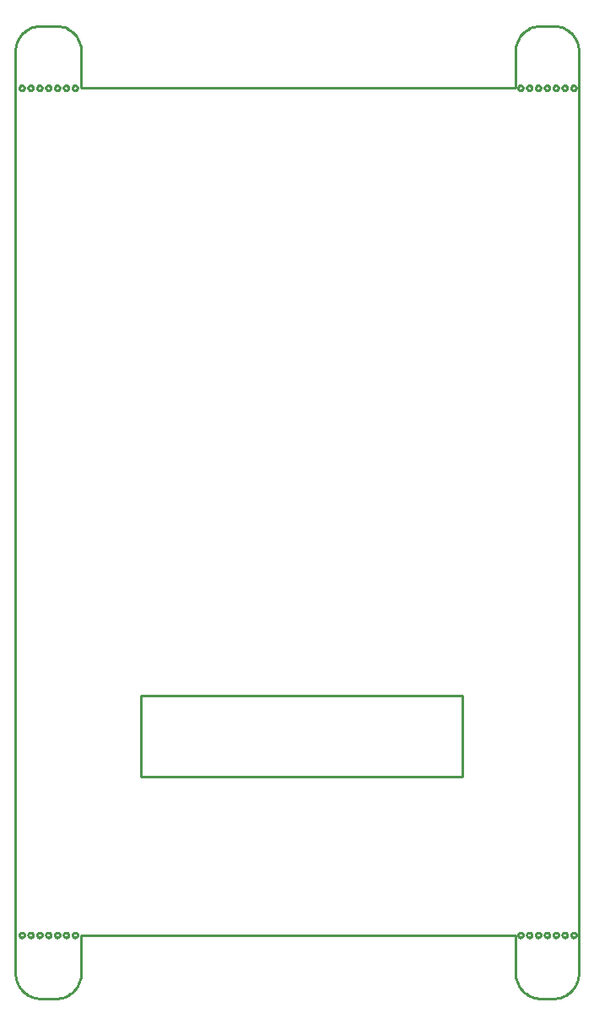
<source format=gbr>
G04 EAGLE Gerber RS-274X export*
G75*
%MOMM*%
%FSLAX34Y34*%
%LPD*%
%IN*%
%IPPOS*%
%AMOC8*
5,1,8,0,0,1.08239X$1,22.5*%
G01*
%ADD10C,0.254000*%


D10*
X0Y-38100D02*
X97Y-40314D01*
X386Y-42511D01*
X865Y-44674D01*
X1532Y-46787D01*
X2380Y-48835D01*
X3403Y-50800D01*
X4594Y-52669D01*
X5942Y-54427D01*
X7440Y-56061D01*
X9073Y-57558D01*
X10831Y-58906D01*
X12700Y-60097D01*
X14666Y-61120D01*
X16713Y-61968D01*
X18826Y-62635D01*
X20989Y-63114D01*
X23186Y-63403D01*
X25400Y-63500D01*
X40640Y-63500D01*
X42854Y-63403D01*
X45051Y-63114D01*
X47214Y-62635D01*
X49327Y-61968D01*
X51375Y-61120D01*
X53340Y-60097D01*
X55209Y-58906D01*
X56967Y-57558D01*
X58601Y-56061D01*
X60098Y-54427D01*
X61446Y-52669D01*
X62637Y-50800D01*
X63660Y-48835D01*
X64508Y-46787D01*
X65175Y-44674D01*
X65654Y-42511D01*
X65943Y-40314D01*
X66040Y-38100D01*
X66040Y0D01*
X501650Y0D01*
X501650Y-38100D01*
X501747Y-40314D01*
X502036Y-42511D01*
X502515Y-44674D01*
X503182Y-46787D01*
X504030Y-48835D01*
X505053Y-50800D01*
X506244Y-52669D01*
X507592Y-54427D01*
X509090Y-56061D01*
X510723Y-57558D01*
X512481Y-58906D01*
X514350Y-60097D01*
X516316Y-61120D01*
X518363Y-61968D01*
X520476Y-62635D01*
X522639Y-63114D01*
X524836Y-63403D01*
X527050Y-63500D01*
X539750Y-63500D01*
X541964Y-63403D01*
X544161Y-63114D01*
X546324Y-62635D01*
X548437Y-61968D01*
X550485Y-61120D01*
X552450Y-60097D01*
X554319Y-58906D01*
X556077Y-57558D01*
X557711Y-56061D01*
X559208Y-54427D01*
X560556Y-52669D01*
X561747Y-50800D01*
X562770Y-48835D01*
X563618Y-46787D01*
X564285Y-44674D01*
X564764Y-42511D01*
X565053Y-40314D01*
X565150Y-38100D01*
X565150Y886460D01*
X565053Y888674D01*
X564764Y890871D01*
X564285Y893034D01*
X563618Y895147D01*
X562770Y897195D01*
X561747Y899160D01*
X560556Y901029D01*
X559208Y902787D01*
X557711Y904421D01*
X556077Y905918D01*
X554319Y907266D01*
X552450Y908457D01*
X550485Y909480D01*
X548437Y910328D01*
X546324Y910995D01*
X544161Y911474D01*
X541964Y911763D01*
X539750Y911860D01*
X527050Y911860D01*
X524836Y911763D01*
X522639Y911474D01*
X520476Y910995D01*
X518363Y910328D01*
X516316Y909480D01*
X514350Y908457D01*
X512481Y907266D01*
X510723Y905918D01*
X509090Y904421D01*
X507592Y902787D01*
X506244Y901029D01*
X505053Y899160D01*
X504030Y897195D01*
X503182Y895147D01*
X502515Y893034D01*
X502036Y890871D01*
X501747Y888674D01*
X501650Y886460D01*
X501650Y849630D01*
X66040Y849630D01*
X66040Y886460D01*
X65943Y888674D01*
X65654Y890871D01*
X65175Y893034D01*
X64508Y895147D01*
X63660Y897195D01*
X62637Y899160D01*
X61446Y901029D01*
X60098Y902787D01*
X58601Y904421D01*
X56967Y905918D01*
X55209Y907266D01*
X53340Y908457D01*
X51375Y909480D01*
X49327Y910328D01*
X47214Y910995D01*
X45051Y911474D01*
X42854Y911763D01*
X40640Y911860D01*
X25400Y911860D01*
X23186Y911763D01*
X20989Y911474D01*
X18826Y910995D01*
X16713Y910328D01*
X14666Y909480D01*
X12700Y908457D01*
X10831Y907266D01*
X9073Y905918D01*
X7440Y904421D01*
X5942Y902787D01*
X4594Y901029D01*
X3403Y899160D01*
X2380Y897195D01*
X1532Y895147D01*
X865Y893034D01*
X386Y890871D01*
X97Y888674D01*
X0Y886460D01*
X0Y-38100D01*
X125730Y158750D02*
X448310Y158750D01*
X448310Y240030D01*
X125730Y240030D01*
X125730Y158750D01*
X62190Y849433D02*
X62128Y849045D01*
X62007Y848670D01*
X61828Y848320D01*
X61597Y848001D01*
X61319Y847723D01*
X61000Y847492D01*
X60650Y847313D01*
X60275Y847192D01*
X59887Y847130D01*
X59493Y847130D01*
X59105Y847192D01*
X58730Y847313D01*
X58380Y847492D01*
X58061Y847723D01*
X57783Y848001D01*
X57552Y848320D01*
X57373Y848670D01*
X57252Y849045D01*
X57190Y849433D01*
X57190Y849827D01*
X57252Y850215D01*
X57373Y850590D01*
X57552Y850940D01*
X57783Y851259D01*
X58061Y851537D01*
X58380Y851768D01*
X58730Y851947D01*
X59105Y852068D01*
X59493Y852130D01*
X59887Y852130D01*
X60275Y852068D01*
X60650Y851947D01*
X61000Y851768D01*
X61319Y851537D01*
X61597Y851259D01*
X61828Y850940D01*
X62007Y850590D01*
X62128Y850215D01*
X62190Y849827D01*
X62190Y849433D01*
X53300Y849433D02*
X53238Y849045D01*
X53117Y848670D01*
X52938Y848320D01*
X52707Y848001D01*
X52429Y847723D01*
X52110Y847492D01*
X51760Y847313D01*
X51385Y847192D01*
X50997Y847130D01*
X50603Y847130D01*
X50215Y847192D01*
X49840Y847313D01*
X49490Y847492D01*
X49171Y847723D01*
X48893Y848001D01*
X48662Y848320D01*
X48483Y848670D01*
X48362Y849045D01*
X48300Y849433D01*
X48300Y849827D01*
X48362Y850215D01*
X48483Y850590D01*
X48662Y850940D01*
X48893Y851259D01*
X49171Y851537D01*
X49490Y851768D01*
X49840Y851947D01*
X50215Y852068D01*
X50603Y852130D01*
X50997Y852130D01*
X51385Y852068D01*
X51760Y851947D01*
X52110Y851768D01*
X52429Y851537D01*
X52707Y851259D01*
X52938Y850940D01*
X53117Y850590D01*
X53238Y850215D01*
X53300Y849827D01*
X53300Y849433D01*
X44410Y849433D02*
X44348Y849045D01*
X44227Y848670D01*
X44048Y848320D01*
X43817Y848001D01*
X43539Y847723D01*
X43220Y847492D01*
X42870Y847313D01*
X42495Y847192D01*
X42107Y847130D01*
X41713Y847130D01*
X41325Y847192D01*
X40950Y847313D01*
X40600Y847492D01*
X40281Y847723D01*
X40003Y848001D01*
X39772Y848320D01*
X39593Y848670D01*
X39472Y849045D01*
X39410Y849433D01*
X39410Y849827D01*
X39472Y850215D01*
X39593Y850590D01*
X39772Y850940D01*
X40003Y851259D01*
X40281Y851537D01*
X40600Y851768D01*
X40950Y851947D01*
X41325Y852068D01*
X41713Y852130D01*
X42107Y852130D01*
X42495Y852068D01*
X42870Y851947D01*
X43220Y851768D01*
X43539Y851537D01*
X43817Y851259D01*
X44048Y850940D01*
X44227Y850590D01*
X44348Y850215D01*
X44410Y849827D01*
X44410Y849433D01*
X35520Y849433D02*
X35458Y849045D01*
X35337Y848670D01*
X35158Y848320D01*
X34927Y848001D01*
X34649Y847723D01*
X34330Y847492D01*
X33980Y847313D01*
X33605Y847192D01*
X33217Y847130D01*
X32823Y847130D01*
X32435Y847192D01*
X32060Y847313D01*
X31710Y847492D01*
X31391Y847723D01*
X31113Y848001D01*
X30882Y848320D01*
X30703Y848670D01*
X30582Y849045D01*
X30520Y849433D01*
X30520Y849827D01*
X30582Y850215D01*
X30703Y850590D01*
X30882Y850940D01*
X31113Y851259D01*
X31391Y851537D01*
X31710Y851768D01*
X32060Y851947D01*
X32435Y852068D01*
X32823Y852130D01*
X33217Y852130D01*
X33605Y852068D01*
X33980Y851947D01*
X34330Y851768D01*
X34649Y851537D01*
X34927Y851259D01*
X35158Y850940D01*
X35337Y850590D01*
X35458Y850215D01*
X35520Y849827D01*
X35520Y849433D01*
X26630Y849433D02*
X26568Y849045D01*
X26447Y848670D01*
X26268Y848320D01*
X26037Y848001D01*
X25759Y847723D01*
X25440Y847492D01*
X25090Y847313D01*
X24715Y847192D01*
X24327Y847130D01*
X23933Y847130D01*
X23545Y847192D01*
X23170Y847313D01*
X22820Y847492D01*
X22501Y847723D01*
X22223Y848001D01*
X21992Y848320D01*
X21813Y848670D01*
X21692Y849045D01*
X21630Y849433D01*
X21630Y849827D01*
X21692Y850215D01*
X21813Y850590D01*
X21992Y850940D01*
X22223Y851259D01*
X22501Y851537D01*
X22820Y851768D01*
X23170Y851947D01*
X23545Y852068D01*
X23933Y852130D01*
X24327Y852130D01*
X24715Y852068D01*
X25090Y851947D01*
X25440Y851768D01*
X25759Y851537D01*
X26037Y851259D01*
X26268Y850940D01*
X26447Y850590D01*
X26568Y850215D01*
X26630Y849827D01*
X26630Y849433D01*
X17740Y849433D02*
X17678Y849045D01*
X17557Y848670D01*
X17378Y848320D01*
X17147Y848001D01*
X16869Y847723D01*
X16550Y847492D01*
X16200Y847313D01*
X15825Y847192D01*
X15437Y847130D01*
X15043Y847130D01*
X14655Y847192D01*
X14280Y847313D01*
X13930Y847492D01*
X13611Y847723D01*
X13333Y848001D01*
X13102Y848320D01*
X12923Y848670D01*
X12802Y849045D01*
X12740Y849433D01*
X12740Y849827D01*
X12802Y850215D01*
X12923Y850590D01*
X13102Y850940D01*
X13333Y851259D01*
X13611Y851537D01*
X13930Y851768D01*
X14280Y851947D01*
X14655Y852068D01*
X15043Y852130D01*
X15437Y852130D01*
X15825Y852068D01*
X16200Y851947D01*
X16550Y851768D01*
X16869Y851537D01*
X17147Y851259D01*
X17378Y850940D01*
X17557Y850590D01*
X17678Y850215D01*
X17740Y849827D01*
X17740Y849433D01*
X8850Y849433D02*
X8788Y849045D01*
X8667Y848670D01*
X8488Y848320D01*
X8257Y848001D01*
X7979Y847723D01*
X7660Y847492D01*
X7310Y847313D01*
X6935Y847192D01*
X6547Y847130D01*
X6153Y847130D01*
X5765Y847192D01*
X5390Y847313D01*
X5040Y847492D01*
X4721Y847723D01*
X4443Y848001D01*
X4212Y848320D01*
X4033Y848670D01*
X3912Y849045D01*
X3850Y849433D01*
X3850Y849827D01*
X3912Y850215D01*
X4033Y850590D01*
X4212Y850940D01*
X4443Y851259D01*
X4721Y851537D01*
X5040Y851768D01*
X5390Y851947D01*
X5765Y852068D01*
X6153Y852130D01*
X6547Y852130D01*
X6935Y852068D01*
X7310Y851947D01*
X7660Y851768D01*
X7979Y851537D01*
X8257Y851259D01*
X8488Y850940D01*
X8667Y850590D01*
X8788Y850215D01*
X8850Y849827D01*
X8850Y849433D01*
X562570Y849433D02*
X562508Y849045D01*
X562387Y848670D01*
X562208Y848320D01*
X561977Y848001D01*
X561699Y847723D01*
X561380Y847492D01*
X561030Y847313D01*
X560655Y847192D01*
X560267Y847130D01*
X559873Y847130D01*
X559485Y847192D01*
X559110Y847313D01*
X558760Y847492D01*
X558441Y847723D01*
X558163Y848001D01*
X557932Y848320D01*
X557753Y848670D01*
X557632Y849045D01*
X557570Y849433D01*
X557570Y849827D01*
X557632Y850215D01*
X557753Y850590D01*
X557932Y850940D01*
X558163Y851259D01*
X558441Y851537D01*
X558760Y851768D01*
X559110Y851947D01*
X559485Y852068D01*
X559873Y852130D01*
X560267Y852130D01*
X560655Y852068D01*
X561030Y851947D01*
X561380Y851768D01*
X561699Y851537D01*
X561977Y851259D01*
X562208Y850940D01*
X562387Y850590D01*
X562508Y850215D01*
X562570Y849827D01*
X562570Y849433D01*
X553680Y849433D02*
X553618Y849045D01*
X553497Y848670D01*
X553318Y848320D01*
X553087Y848001D01*
X552809Y847723D01*
X552490Y847492D01*
X552140Y847313D01*
X551765Y847192D01*
X551377Y847130D01*
X550983Y847130D01*
X550595Y847192D01*
X550220Y847313D01*
X549870Y847492D01*
X549551Y847723D01*
X549273Y848001D01*
X549042Y848320D01*
X548863Y848670D01*
X548742Y849045D01*
X548680Y849433D01*
X548680Y849827D01*
X548742Y850215D01*
X548863Y850590D01*
X549042Y850940D01*
X549273Y851259D01*
X549551Y851537D01*
X549870Y851768D01*
X550220Y851947D01*
X550595Y852068D01*
X550983Y852130D01*
X551377Y852130D01*
X551765Y852068D01*
X552140Y851947D01*
X552490Y851768D01*
X552809Y851537D01*
X553087Y851259D01*
X553318Y850940D01*
X553497Y850590D01*
X553618Y850215D01*
X553680Y849827D01*
X553680Y849433D01*
X544790Y849433D02*
X544728Y849045D01*
X544607Y848670D01*
X544428Y848320D01*
X544197Y848001D01*
X543919Y847723D01*
X543600Y847492D01*
X543250Y847313D01*
X542875Y847192D01*
X542487Y847130D01*
X542093Y847130D01*
X541705Y847192D01*
X541330Y847313D01*
X540980Y847492D01*
X540661Y847723D01*
X540383Y848001D01*
X540152Y848320D01*
X539973Y848670D01*
X539852Y849045D01*
X539790Y849433D01*
X539790Y849827D01*
X539852Y850215D01*
X539973Y850590D01*
X540152Y850940D01*
X540383Y851259D01*
X540661Y851537D01*
X540980Y851768D01*
X541330Y851947D01*
X541705Y852068D01*
X542093Y852130D01*
X542487Y852130D01*
X542875Y852068D01*
X543250Y851947D01*
X543600Y851768D01*
X543919Y851537D01*
X544197Y851259D01*
X544428Y850940D01*
X544607Y850590D01*
X544728Y850215D01*
X544790Y849827D01*
X544790Y849433D01*
X535900Y849433D02*
X535838Y849045D01*
X535717Y848670D01*
X535538Y848320D01*
X535307Y848001D01*
X535029Y847723D01*
X534710Y847492D01*
X534360Y847313D01*
X533985Y847192D01*
X533597Y847130D01*
X533203Y847130D01*
X532815Y847192D01*
X532440Y847313D01*
X532090Y847492D01*
X531771Y847723D01*
X531493Y848001D01*
X531262Y848320D01*
X531083Y848670D01*
X530962Y849045D01*
X530900Y849433D01*
X530900Y849827D01*
X530962Y850215D01*
X531083Y850590D01*
X531262Y850940D01*
X531493Y851259D01*
X531771Y851537D01*
X532090Y851768D01*
X532440Y851947D01*
X532815Y852068D01*
X533203Y852130D01*
X533597Y852130D01*
X533985Y852068D01*
X534360Y851947D01*
X534710Y851768D01*
X535029Y851537D01*
X535307Y851259D01*
X535538Y850940D01*
X535717Y850590D01*
X535838Y850215D01*
X535900Y849827D01*
X535900Y849433D01*
X527010Y849433D02*
X526948Y849045D01*
X526827Y848670D01*
X526648Y848320D01*
X526417Y848001D01*
X526139Y847723D01*
X525820Y847492D01*
X525470Y847313D01*
X525095Y847192D01*
X524707Y847130D01*
X524313Y847130D01*
X523925Y847192D01*
X523550Y847313D01*
X523200Y847492D01*
X522881Y847723D01*
X522603Y848001D01*
X522372Y848320D01*
X522193Y848670D01*
X522072Y849045D01*
X522010Y849433D01*
X522010Y849827D01*
X522072Y850215D01*
X522193Y850590D01*
X522372Y850940D01*
X522603Y851259D01*
X522881Y851537D01*
X523200Y851768D01*
X523550Y851947D01*
X523925Y852068D01*
X524313Y852130D01*
X524707Y852130D01*
X525095Y852068D01*
X525470Y851947D01*
X525820Y851768D01*
X526139Y851537D01*
X526417Y851259D01*
X526648Y850940D01*
X526827Y850590D01*
X526948Y850215D01*
X527010Y849827D01*
X527010Y849433D01*
X518120Y849433D02*
X518058Y849045D01*
X517937Y848670D01*
X517758Y848320D01*
X517527Y848001D01*
X517249Y847723D01*
X516930Y847492D01*
X516580Y847313D01*
X516205Y847192D01*
X515817Y847130D01*
X515423Y847130D01*
X515035Y847192D01*
X514660Y847313D01*
X514310Y847492D01*
X513991Y847723D01*
X513713Y848001D01*
X513482Y848320D01*
X513303Y848670D01*
X513182Y849045D01*
X513120Y849433D01*
X513120Y849827D01*
X513182Y850215D01*
X513303Y850590D01*
X513482Y850940D01*
X513713Y851259D01*
X513991Y851537D01*
X514310Y851768D01*
X514660Y851947D01*
X515035Y852068D01*
X515423Y852130D01*
X515817Y852130D01*
X516205Y852068D01*
X516580Y851947D01*
X516930Y851768D01*
X517249Y851537D01*
X517527Y851259D01*
X517758Y850940D01*
X517937Y850590D01*
X518058Y850215D01*
X518120Y849827D01*
X518120Y849433D01*
X509230Y849433D02*
X509168Y849045D01*
X509047Y848670D01*
X508868Y848320D01*
X508637Y848001D01*
X508359Y847723D01*
X508040Y847492D01*
X507690Y847313D01*
X507315Y847192D01*
X506927Y847130D01*
X506533Y847130D01*
X506145Y847192D01*
X505770Y847313D01*
X505420Y847492D01*
X505101Y847723D01*
X504823Y848001D01*
X504592Y848320D01*
X504413Y848670D01*
X504292Y849045D01*
X504230Y849433D01*
X504230Y849827D01*
X504292Y850215D01*
X504413Y850590D01*
X504592Y850940D01*
X504823Y851259D01*
X505101Y851537D01*
X505420Y851768D01*
X505770Y851947D01*
X506145Y852068D01*
X506533Y852130D01*
X506927Y852130D01*
X507315Y852068D01*
X507690Y851947D01*
X508040Y851768D01*
X508359Y851537D01*
X508637Y851259D01*
X508868Y850940D01*
X509047Y850590D01*
X509168Y850215D01*
X509230Y849827D01*
X509230Y849433D01*
X62190Y-197D02*
X62128Y-585D01*
X62007Y-960D01*
X61828Y-1310D01*
X61597Y-1629D01*
X61319Y-1907D01*
X61000Y-2138D01*
X60650Y-2317D01*
X60275Y-2438D01*
X59887Y-2500D01*
X59493Y-2500D01*
X59105Y-2438D01*
X58730Y-2317D01*
X58380Y-2138D01*
X58061Y-1907D01*
X57783Y-1629D01*
X57552Y-1310D01*
X57373Y-960D01*
X57252Y-585D01*
X57190Y-197D01*
X57190Y197D01*
X57252Y585D01*
X57373Y960D01*
X57552Y1310D01*
X57783Y1629D01*
X58061Y1907D01*
X58380Y2138D01*
X58730Y2317D01*
X59105Y2438D01*
X59493Y2500D01*
X59887Y2500D01*
X60275Y2438D01*
X60650Y2317D01*
X61000Y2138D01*
X61319Y1907D01*
X61597Y1629D01*
X61828Y1310D01*
X62007Y960D01*
X62128Y585D01*
X62190Y197D01*
X62190Y-197D01*
X53300Y-197D02*
X53238Y-585D01*
X53117Y-960D01*
X52938Y-1310D01*
X52707Y-1629D01*
X52429Y-1907D01*
X52110Y-2138D01*
X51760Y-2317D01*
X51385Y-2438D01*
X50997Y-2500D01*
X50603Y-2500D01*
X50215Y-2438D01*
X49840Y-2317D01*
X49490Y-2138D01*
X49171Y-1907D01*
X48893Y-1629D01*
X48662Y-1310D01*
X48483Y-960D01*
X48362Y-585D01*
X48300Y-197D01*
X48300Y197D01*
X48362Y585D01*
X48483Y960D01*
X48662Y1310D01*
X48893Y1629D01*
X49171Y1907D01*
X49490Y2138D01*
X49840Y2317D01*
X50215Y2438D01*
X50603Y2500D01*
X50997Y2500D01*
X51385Y2438D01*
X51760Y2317D01*
X52110Y2138D01*
X52429Y1907D01*
X52707Y1629D01*
X52938Y1310D01*
X53117Y960D01*
X53238Y585D01*
X53300Y197D01*
X53300Y-197D01*
X44410Y-197D02*
X44348Y-585D01*
X44227Y-960D01*
X44048Y-1310D01*
X43817Y-1629D01*
X43539Y-1907D01*
X43220Y-2138D01*
X42870Y-2317D01*
X42495Y-2438D01*
X42107Y-2500D01*
X41713Y-2500D01*
X41325Y-2438D01*
X40950Y-2317D01*
X40600Y-2138D01*
X40281Y-1907D01*
X40003Y-1629D01*
X39772Y-1310D01*
X39593Y-960D01*
X39472Y-585D01*
X39410Y-197D01*
X39410Y197D01*
X39472Y585D01*
X39593Y960D01*
X39772Y1310D01*
X40003Y1629D01*
X40281Y1907D01*
X40600Y2138D01*
X40950Y2317D01*
X41325Y2438D01*
X41713Y2500D01*
X42107Y2500D01*
X42495Y2438D01*
X42870Y2317D01*
X43220Y2138D01*
X43539Y1907D01*
X43817Y1629D01*
X44048Y1310D01*
X44227Y960D01*
X44348Y585D01*
X44410Y197D01*
X44410Y-197D01*
X35520Y-197D02*
X35458Y-585D01*
X35337Y-960D01*
X35158Y-1310D01*
X34927Y-1629D01*
X34649Y-1907D01*
X34330Y-2138D01*
X33980Y-2317D01*
X33605Y-2438D01*
X33217Y-2500D01*
X32823Y-2500D01*
X32435Y-2438D01*
X32060Y-2317D01*
X31710Y-2138D01*
X31391Y-1907D01*
X31113Y-1629D01*
X30882Y-1310D01*
X30703Y-960D01*
X30582Y-585D01*
X30520Y-197D01*
X30520Y197D01*
X30582Y585D01*
X30703Y960D01*
X30882Y1310D01*
X31113Y1629D01*
X31391Y1907D01*
X31710Y2138D01*
X32060Y2317D01*
X32435Y2438D01*
X32823Y2500D01*
X33217Y2500D01*
X33605Y2438D01*
X33980Y2317D01*
X34330Y2138D01*
X34649Y1907D01*
X34927Y1629D01*
X35158Y1310D01*
X35337Y960D01*
X35458Y585D01*
X35520Y197D01*
X35520Y-197D01*
X26630Y-197D02*
X26568Y-585D01*
X26447Y-960D01*
X26268Y-1310D01*
X26037Y-1629D01*
X25759Y-1907D01*
X25440Y-2138D01*
X25090Y-2317D01*
X24715Y-2438D01*
X24327Y-2500D01*
X23933Y-2500D01*
X23545Y-2438D01*
X23170Y-2317D01*
X22820Y-2138D01*
X22501Y-1907D01*
X22223Y-1629D01*
X21992Y-1310D01*
X21813Y-960D01*
X21692Y-585D01*
X21630Y-197D01*
X21630Y197D01*
X21692Y585D01*
X21813Y960D01*
X21992Y1310D01*
X22223Y1629D01*
X22501Y1907D01*
X22820Y2138D01*
X23170Y2317D01*
X23545Y2438D01*
X23933Y2500D01*
X24327Y2500D01*
X24715Y2438D01*
X25090Y2317D01*
X25440Y2138D01*
X25759Y1907D01*
X26037Y1629D01*
X26268Y1310D01*
X26447Y960D01*
X26568Y585D01*
X26630Y197D01*
X26630Y-197D01*
X17740Y-197D02*
X17678Y-585D01*
X17557Y-960D01*
X17378Y-1310D01*
X17147Y-1629D01*
X16869Y-1907D01*
X16550Y-2138D01*
X16200Y-2317D01*
X15825Y-2438D01*
X15437Y-2500D01*
X15043Y-2500D01*
X14655Y-2438D01*
X14280Y-2317D01*
X13930Y-2138D01*
X13611Y-1907D01*
X13333Y-1629D01*
X13102Y-1310D01*
X12923Y-960D01*
X12802Y-585D01*
X12740Y-197D01*
X12740Y197D01*
X12802Y585D01*
X12923Y960D01*
X13102Y1310D01*
X13333Y1629D01*
X13611Y1907D01*
X13930Y2138D01*
X14280Y2317D01*
X14655Y2438D01*
X15043Y2500D01*
X15437Y2500D01*
X15825Y2438D01*
X16200Y2317D01*
X16550Y2138D01*
X16869Y1907D01*
X17147Y1629D01*
X17378Y1310D01*
X17557Y960D01*
X17678Y585D01*
X17740Y197D01*
X17740Y-197D01*
X8850Y-197D02*
X8788Y-585D01*
X8667Y-960D01*
X8488Y-1310D01*
X8257Y-1629D01*
X7979Y-1907D01*
X7660Y-2138D01*
X7310Y-2317D01*
X6935Y-2438D01*
X6547Y-2500D01*
X6153Y-2500D01*
X5765Y-2438D01*
X5390Y-2317D01*
X5040Y-2138D01*
X4721Y-1907D01*
X4443Y-1629D01*
X4212Y-1310D01*
X4033Y-960D01*
X3912Y-585D01*
X3850Y-197D01*
X3850Y197D01*
X3912Y585D01*
X4033Y960D01*
X4212Y1310D01*
X4443Y1629D01*
X4721Y1907D01*
X5040Y2138D01*
X5390Y2317D01*
X5765Y2438D01*
X6153Y2500D01*
X6547Y2500D01*
X6935Y2438D01*
X7310Y2317D01*
X7660Y2138D01*
X7979Y1907D01*
X8257Y1629D01*
X8488Y1310D01*
X8667Y960D01*
X8788Y585D01*
X8850Y197D01*
X8850Y-197D01*
X562570Y-197D02*
X562508Y-585D01*
X562387Y-960D01*
X562208Y-1310D01*
X561977Y-1629D01*
X561699Y-1907D01*
X561380Y-2138D01*
X561030Y-2317D01*
X560655Y-2438D01*
X560267Y-2500D01*
X559873Y-2500D01*
X559485Y-2438D01*
X559110Y-2317D01*
X558760Y-2138D01*
X558441Y-1907D01*
X558163Y-1629D01*
X557932Y-1310D01*
X557753Y-960D01*
X557632Y-585D01*
X557570Y-197D01*
X557570Y197D01*
X557632Y585D01*
X557753Y960D01*
X557932Y1310D01*
X558163Y1629D01*
X558441Y1907D01*
X558760Y2138D01*
X559110Y2317D01*
X559485Y2438D01*
X559873Y2500D01*
X560267Y2500D01*
X560655Y2438D01*
X561030Y2317D01*
X561380Y2138D01*
X561699Y1907D01*
X561977Y1629D01*
X562208Y1310D01*
X562387Y960D01*
X562508Y585D01*
X562570Y197D01*
X562570Y-197D01*
X553680Y-197D02*
X553618Y-585D01*
X553497Y-960D01*
X553318Y-1310D01*
X553087Y-1629D01*
X552809Y-1907D01*
X552490Y-2138D01*
X552140Y-2317D01*
X551765Y-2438D01*
X551377Y-2500D01*
X550983Y-2500D01*
X550595Y-2438D01*
X550220Y-2317D01*
X549870Y-2138D01*
X549551Y-1907D01*
X549273Y-1629D01*
X549042Y-1310D01*
X548863Y-960D01*
X548742Y-585D01*
X548680Y-197D01*
X548680Y197D01*
X548742Y585D01*
X548863Y960D01*
X549042Y1310D01*
X549273Y1629D01*
X549551Y1907D01*
X549870Y2138D01*
X550220Y2317D01*
X550595Y2438D01*
X550983Y2500D01*
X551377Y2500D01*
X551765Y2438D01*
X552140Y2317D01*
X552490Y2138D01*
X552809Y1907D01*
X553087Y1629D01*
X553318Y1310D01*
X553497Y960D01*
X553618Y585D01*
X553680Y197D01*
X553680Y-197D01*
X544790Y-197D02*
X544728Y-585D01*
X544607Y-960D01*
X544428Y-1310D01*
X544197Y-1629D01*
X543919Y-1907D01*
X543600Y-2138D01*
X543250Y-2317D01*
X542875Y-2438D01*
X542487Y-2500D01*
X542093Y-2500D01*
X541705Y-2438D01*
X541330Y-2317D01*
X540980Y-2138D01*
X540661Y-1907D01*
X540383Y-1629D01*
X540152Y-1310D01*
X539973Y-960D01*
X539852Y-585D01*
X539790Y-197D01*
X539790Y197D01*
X539852Y585D01*
X539973Y960D01*
X540152Y1310D01*
X540383Y1629D01*
X540661Y1907D01*
X540980Y2138D01*
X541330Y2317D01*
X541705Y2438D01*
X542093Y2500D01*
X542487Y2500D01*
X542875Y2438D01*
X543250Y2317D01*
X543600Y2138D01*
X543919Y1907D01*
X544197Y1629D01*
X544428Y1310D01*
X544607Y960D01*
X544728Y585D01*
X544790Y197D01*
X544790Y-197D01*
X535900Y-197D02*
X535838Y-585D01*
X535717Y-960D01*
X535538Y-1310D01*
X535307Y-1629D01*
X535029Y-1907D01*
X534710Y-2138D01*
X534360Y-2317D01*
X533985Y-2438D01*
X533597Y-2500D01*
X533203Y-2500D01*
X532815Y-2438D01*
X532440Y-2317D01*
X532090Y-2138D01*
X531771Y-1907D01*
X531493Y-1629D01*
X531262Y-1310D01*
X531083Y-960D01*
X530962Y-585D01*
X530900Y-197D01*
X530900Y197D01*
X530962Y585D01*
X531083Y960D01*
X531262Y1310D01*
X531493Y1629D01*
X531771Y1907D01*
X532090Y2138D01*
X532440Y2317D01*
X532815Y2438D01*
X533203Y2500D01*
X533597Y2500D01*
X533985Y2438D01*
X534360Y2317D01*
X534710Y2138D01*
X535029Y1907D01*
X535307Y1629D01*
X535538Y1310D01*
X535717Y960D01*
X535838Y585D01*
X535900Y197D01*
X535900Y-197D01*
X527010Y-197D02*
X526948Y-585D01*
X526827Y-960D01*
X526648Y-1310D01*
X526417Y-1629D01*
X526139Y-1907D01*
X525820Y-2138D01*
X525470Y-2317D01*
X525095Y-2438D01*
X524707Y-2500D01*
X524313Y-2500D01*
X523925Y-2438D01*
X523550Y-2317D01*
X523200Y-2138D01*
X522881Y-1907D01*
X522603Y-1629D01*
X522372Y-1310D01*
X522193Y-960D01*
X522072Y-585D01*
X522010Y-197D01*
X522010Y197D01*
X522072Y585D01*
X522193Y960D01*
X522372Y1310D01*
X522603Y1629D01*
X522881Y1907D01*
X523200Y2138D01*
X523550Y2317D01*
X523925Y2438D01*
X524313Y2500D01*
X524707Y2500D01*
X525095Y2438D01*
X525470Y2317D01*
X525820Y2138D01*
X526139Y1907D01*
X526417Y1629D01*
X526648Y1310D01*
X526827Y960D01*
X526948Y585D01*
X527010Y197D01*
X527010Y-197D01*
X518120Y-197D02*
X518058Y-585D01*
X517937Y-960D01*
X517758Y-1310D01*
X517527Y-1629D01*
X517249Y-1907D01*
X516930Y-2138D01*
X516580Y-2317D01*
X516205Y-2438D01*
X515817Y-2500D01*
X515423Y-2500D01*
X515035Y-2438D01*
X514660Y-2317D01*
X514310Y-2138D01*
X513991Y-1907D01*
X513713Y-1629D01*
X513482Y-1310D01*
X513303Y-960D01*
X513182Y-585D01*
X513120Y-197D01*
X513120Y197D01*
X513182Y585D01*
X513303Y960D01*
X513482Y1310D01*
X513713Y1629D01*
X513991Y1907D01*
X514310Y2138D01*
X514660Y2317D01*
X515035Y2438D01*
X515423Y2500D01*
X515817Y2500D01*
X516205Y2438D01*
X516580Y2317D01*
X516930Y2138D01*
X517249Y1907D01*
X517527Y1629D01*
X517758Y1310D01*
X517937Y960D01*
X518058Y585D01*
X518120Y197D01*
X518120Y-197D01*
X509230Y-197D02*
X509168Y-585D01*
X509047Y-960D01*
X508868Y-1310D01*
X508637Y-1629D01*
X508359Y-1907D01*
X508040Y-2138D01*
X507690Y-2317D01*
X507315Y-2438D01*
X506927Y-2500D01*
X506533Y-2500D01*
X506145Y-2438D01*
X505770Y-2317D01*
X505420Y-2138D01*
X505101Y-1907D01*
X504823Y-1629D01*
X504592Y-1310D01*
X504413Y-960D01*
X504292Y-585D01*
X504230Y-197D01*
X504230Y197D01*
X504292Y585D01*
X504413Y960D01*
X504592Y1310D01*
X504823Y1629D01*
X505101Y1907D01*
X505420Y2138D01*
X505770Y2317D01*
X506145Y2438D01*
X506533Y2500D01*
X506927Y2500D01*
X507315Y2438D01*
X507690Y2317D01*
X508040Y2138D01*
X508359Y1907D01*
X508637Y1629D01*
X508868Y1310D01*
X509047Y960D01*
X509168Y585D01*
X509230Y197D01*
X509230Y-197D01*
M02*

</source>
